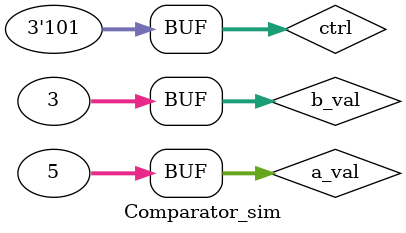
<source format=v>
`timescale 1ns / 1ps


module Comparator_sim(

    );

    reg [31:0] a_val;
    reg [31:0] b_val;
    reg [2:0] ctrl;
    wire result;
    Comparator a0(
        .a_val(a_val),
        .b_val(b_val),
        .ctrl(ctrl),
        .result(result)
    );
    initial begin
        a_val = 32'd5;
        b_val = 32'd3;
        ctrl = 3'b0;
        #100;
        a_val = 32'd5;
        b_val = 32'd5;
        #100;
        ctrl = 3'd1;
        #100;
        a_val = 32'd5;
        b_val = 32'd3;
        #100;
        ctrl = 3'd2;
        #100
        a_val = -32'd7;
        b_val = -32'd5;
        #100 
        ctrl = 3'd3;
        a_val = 32'd2;
        b_val = 32'd1;
        #100
        a_val = 32'd5;
        b_val = -32'd3;
        #100
        ctrl = 3'd4;
        #100
        a_val = 32'd1;
        b_val = 32'd2;
        #100;
        ctrl = 3'd5;
        #100
        a_val = 32'd5;
        b_val = 32'd3;
        #100;
    end
endmodule

</source>
